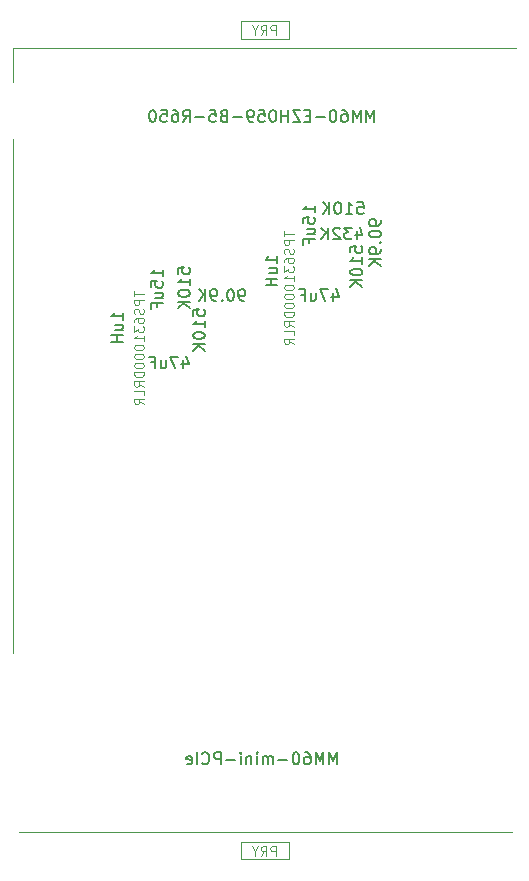
<source format=gbr>
%TF.GenerationSoftware,KiCad,Pcbnew,9.0.1+dfsg-1*%
%TF.CreationDate,2025-05-01T11:00:42+02:00*%
%TF.ProjectId,cellular-modem,63656c6c-756c-4617-922d-6d6f64656d2e,rev?*%
%TF.SameCoordinates,Original*%
%TF.FileFunction,Legend,Bot*%
%TF.FilePolarity,Positive*%
%FSLAX46Y46*%
G04 Gerber Fmt 4.6, Leading zero omitted, Abs format (unit mm)*
G04 Created by KiCad (PCBNEW 9.0.1+dfsg-1) date 2025-05-01 11:00:42*
%MOMM*%
%LPD*%
G01*
G04 APERTURE LIST*
%ADD10C,0.100000*%
%ADD11C,0.150000*%
G04 APERTURE END LIST*
D10*
X78304895Y-58680951D02*
X78304895Y-59138094D01*
X79104895Y-58909522D02*
X78304895Y-58909522D01*
X79104895Y-59404761D02*
X78304895Y-59404761D01*
X78304895Y-59404761D02*
X78304895Y-59709523D01*
X78304895Y-59709523D02*
X78342990Y-59785713D01*
X78342990Y-59785713D02*
X78381085Y-59823808D01*
X78381085Y-59823808D02*
X78457276Y-59861904D01*
X78457276Y-59861904D02*
X78571561Y-59861904D01*
X78571561Y-59861904D02*
X78647752Y-59823808D01*
X78647752Y-59823808D02*
X78685847Y-59785713D01*
X78685847Y-59785713D02*
X78723942Y-59709523D01*
X78723942Y-59709523D02*
X78723942Y-59404761D01*
X79066800Y-60166665D02*
X79104895Y-60280951D01*
X79104895Y-60280951D02*
X79104895Y-60471427D01*
X79104895Y-60471427D02*
X79066800Y-60547618D01*
X79066800Y-60547618D02*
X79028704Y-60585713D01*
X79028704Y-60585713D02*
X78952514Y-60623808D01*
X78952514Y-60623808D02*
X78876323Y-60623808D01*
X78876323Y-60623808D02*
X78800133Y-60585713D01*
X78800133Y-60585713D02*
X78762038Y-60547618D01*
X78762038Y-60547618D02*
X78723942Y-60471427D01*
X78723942Y-60471427D02*
X78685847Y-60319046D01*
X78685847Y-60319046D02*
X78647752Y-60242856D01*
X78647752Y-60242856D02*
X78609657Y-60204761D01*
X78609657Y-60204761D02*
X78533466Y-60166665D01*
X78533466Y-60166665D02*
X78457276Y-60166665D01*
X78457276Y-60166665D02*
X78381085Y-60204761D01*
X78381085Y-60204761D02*
X78342990Y-60242856D01*
X78342990Y-60242856D02*
X78304895Y-60319046D01*
X78304895Y-60319046D02*
X78304895Y-60509523D01*
X78304895Y-60509523D02*
X78342990Y-60623808D01*
X78304895Y-61309523D02*
X78304895Y-61157142D01*
X78304895Y-61157142D02*
X78342990Y-61080951D01*
X78342990Y-61080951D02*
X78381085Y-61042856D01*
X78381085Y-61042856D02*
X78495371Y-60966666D01*
X78495371Y-60966666D02*
X78647752Y-60928570D01*
X78647752Y-60928570D02*
X78952514Y-60928570D01*
X78952514Y-60928570D02*
X79028704Y-60966666D01*
X79028704Y-60966666D02*
X79066800Y-61004761D01*
X79066800Y-61004761D02*
X79104895Y-61080951D01*
X79104895Y-61080951D02*
X79104895Y-61233332D01*
X79104895Y-61233332D02*
X79066800Y-61309523D01*
X79066800Y-61309523D02*
X79028704Y-61347618D01*
X79028704Y-61347618D02*
X78952514Y-61385713D01*
X78952514Y-61385713D02*
X78762038Y-61385713D01*
X78762038Y-61385713D02*
X78685847Y-61347618D01*
X78685847Y-61347618D02*
X78647752Y-61309523D01*
X78647752Y-61309523D02*
X78609657Y-61233332D01*
X78609657Y-61233332D02*
X78609657Y-61080951D01*
X78609657Y-61080951D02*
X78647752Y-61004761D01*
X78647752Y-61004761D02*
X78685847Y-60966666D01*
X78685847Y-60966666D02*
X78762038Y-60928570D01*
X78304895Y-61652380D02*
X78304895Y-62147618D01*
X78304895Y-62147618D02*
X78609657Y-61880952D01*
X78609657Y-61880952D02*
X78609657Y-61995237D01*
X78609657Y-61995237D02*
X78647752Y-62071428D01*
X78647752Y-62071428D02*
X78685847Y-62109523D01*
X78685847Y-62109523D02*
X78762038Y-62147618D01*
X78762038Y-62147618D02*
X78952514Y-62147618D01*
X78952514Y-62147618D02*
X79028704Y-62109523D01*
X79028704Y-62109523D02*
X79066800Y-62071428D01*
X79066800Y-62071428D02*
X79104895Y-61995237D01*
X79104895Y-61995237D02*
X79104895Y-61766666D01*
X79104895Y-61766666D02*
X79066800Y-61690475D01*
X79066800Y-61690475D02*
X79028704Y-61652380D01*
X79104895Y-62909523D02*
X79104895Y-62452380D01*
X79104895Y-62680952D02*
X78304895Y-62680952D01*
X78304895Y-62680952D02*
X78419180Y-62604761D01*
X78419180Y-62604761D02*
X78495371Y-62528571D01*
X78495371Y-62528571D02*
X78533466Y-62452380D01*
X78304895Y-63404762D02*
X78304895Y-63480952D01*
X78304895Y-63480952D02*
X78342990Y-63557143D01*
X78342990Y-63557143D02*
X78381085Y-63595238D01*
X78381085Y-63595238D02*
X78457276Y-63633333D01*
X78457276Y-63633333D02*
X78609657Y-63671428D01*
X78609657Y-63671428D02*
X78800133Y-63671428D01*
X78800133Y-63671428D02*
X78952514Y-63633333D01*
X78952514Y-63633333D02*
X79028704Y-63595238D01*
X79028704Y-63595238D02*
X79066800Y-63557143D01*
X79066800Y-63557143D02*
X79104895Y-63480952D01*
X79104895Y-63480952D02*
X79104895Y-63404762D01*
X79104895Y-63404762D02*
X79066800Y-63328571D01*
X79066800Y-63328571D02*
X79028704Y-63290476D01*
X79028704Y-63290476D02*
X78952514Y-63252381D01*
X78952514Y-63252381D02*
X78800133Y-63214285D01*
X78800133Y-63214285D02*
X78609657Y-63214285D01*
X78609657Y-63214285D02*
X78457276Y-63252381D01*
X78457276Y-63252381D02*
X78381085Y-63290476D01*
X78381085Y-63290476D02*
X78342990Y-63328571D01*
X78342990Y-63328571D02*
X78304895Y-63404762D01*
X78304895Y-64166667D02*
X78304895Y-64242857D01*
X78304895Y-64242857D02*
X78342990Y-64319048D01*
X78342990Y-64319048D02*
X78381085Y-64357143D01*
X78381085Y-64357143D02*
X78457276Y-64395238D01*
X78457276Y-64395238D02*
X78609657Y-64433333D01*
X78609657Y-64433333D02*
X78800133Y-64433333D01*
X78800133Y-64433333D02*
X78952514Y-64395238D01*
X78952514Y-64395238D02*
X79028704Y-64357143D01*
X79028704Y-64357143D02*
X79066800Y-64319048D01*
X79066800Y-64319048D02*
X79104895Y-64242857D01*
X79104895Y-64242857D02*
X79104895Y-64166667D01*
X79104895Y-64166667D02*
X79066800Y-64090476D01*
X79066800Y-64090476D02*
X79028704Y-64052381D01*
X79028704Y-64052381D02*
X78952514Y-64014286D01*
X78952514Y-64014286D02*
X78800133Y-63976190D01*
X78800133Y-63976190D02*
X78609657Y-63976190D01*
X78609657Y-63976190D02*
X78457276Y-64014286D01*
X78457276Y-64014286D02*
X78381085Y-64052381D01*
X78381085Y-64052381D02*
X78342990Y-64090476D01*
X78342990Y-64090476D02*
X78304895Y-64166667D01*
X78304895Y-64928572D02*
X78304895Y-65004762D01*
X78304895Y-65004762D02*
X78342990Y-65080953D01*
X78342990Y-65080953D02*
X78381085Y-65119048D01*
X78381085Y-65119048D02*
X78457276Y-65157143D01*
X78457276Y-65157143D02*
X78609657Y-65195238D01*
X78609657Y-65195238D02*
X78800133Y-65195238D01*
X78800133Y-65195238D02*
X78952514Y-65157143D01*
X78952514Y-65157143D02*
X79028704Y-65119048D01*
X79028704Y-65119048D02*
X79066800Y-65080953D01*
X79066800Y-65080953D02*
X79104895Y-65004762D01*
X79104895Y-65004762D02*
X79104895Y-64928572D01*
X79104895Y-64928572D02*
X79066800Y-64852381D01*
X79066800Y-64852381D02*
X79028704Y-64814286D01*
X79028704Y-64814286D02*
X78952514Y-64776191D01*
X78952514Y-64776191D02*
X78800133Y-64738095D01*
X78800133Y-64738095D02*
X78609657Y-64738095D01*
X78609657Y-64738095D02*
X78457276Y-64776191D01*
X78457276Y-64776191D02*
X78381085Y-64814286D01*
X78381085Y-64814286D02*
X78342990Y-64852381D01*
X78342990Y-64852381D02*
X78304895Y-64928572D01*
X79104895Y-65538096D02*
X78304895Y-65538096D01*
X78304895Y-65538096D02*
X78304895Y-65728572D01*
X78304895Y-65728572D02*
X78342990Y-65842858D01*
X78342990Y-65842858D02*
X78419180Y-65919048D01*
X78419180Y-65919048D02*
X78495371Y-65957143D01*
X78495371Y-65957143D02*
X78647752Y-65995239D01*
X78647752Y-65995239D02*
X78762038Y-65995239D01*
X78762038Y-65995239D02*
X78914419Y-65957143D01*
X78914419Y-65957143D02*
X78990609Y-65919048D01*
X78990609Y-65919048D02*
X79066800Y-65842858D01*
X79066800Y-65842858D02*
X79104895Y-65728572D01*
X79104895Y-65728572D02*
X79104895Y-65538096D01*
X79104895Y-66795239D02*
X78723942Y-66528572D01*
X79104895Y-66338096D02*
X78304895Y-66338096D01*
X78304895Y-66338096D02*
X78304895Y-66642858D01*
X78304895Y-66642858D02*
X78342990Y-66719048D01*
X78342990Y-66719048D02*
X78381085Y-66757143D01*
X78381085Y-66757143D02*
X78457276Y-66795239D01*
X78457276Y-66795239D02*
X78571561Y-66795239D01*
X78571561Y-66795239D02*
X78647752Y-66757143D01*
X78647752Y-66757143D02*
X78685847Y-66719048D01*
X78685847Y-66719048D02*
X78723942Y-66642858D01*
X78723942Y-66642858D02*
X78723942Y-66338096D01*
X79104895Y-67519048D02*
X79104895Y-67138096D01*
X79104895Y-67138096D02*
X78304895Y-67138096D01*
X79104895Y-68242858D02*
X78723942Y-67976191D01*
X79104895Y-67785715D02*
X78304895Y-67785715D01*
X78304895Y-67785715D02*
X78304895Y-68090477D01*
X78304895Y-68090477D02*
X78342990Y-68166667D01*
X78342990Y-68166667D02*
X78381085Y-68204762D01*
X78381085Y-68204762D02*
X78457276Y-68242858D01*
X78457276Y-68242858D02*
X78571561Y-68242858D01*
X78571561Y-68242858D02*
X78647752Y-68204762D01*
X78647752Y-68204762D02*
X78685847Y-68166667D01*
X78685847Y-68166667D02*
X78723942Y-68090477D01*
X78723942Y-68090477D02*
X78723942Y-67785715D01*
D11*
X77340619Y-61103263D02*
X77340619Y-60531835D01*
X77340619Y-60817549D02*
X76340619Y-60817549D01*
X76340619Y-60817549D02*
X76483476Y-60722311D01*
X76483476Y-60722311D02*
X76578714Y-60627073D01*
X76578714Y-60627073D02*
X76626333Y-60531835D01*
X76673952Y-61960406D02*
X77340619Y-61960406D01*
X76673952Y-61531835D02*
X77197761Y-61531835D01*
X77197761Y-61531835D02*
X77293000Y-61579454D01*
X77293000Y-61579454D02*
X77340619Y-61674692D01*
X77340619Y-61674692D02*
X77340619Y-61817549D01*
X77340619Y-61817549D02*
X77293000Y-61912787D01*
X77293000Y-61912787D02*
X77245380Y-61960406D01*
X77340619Y-62436597D02*
X76340619Y-62436597D01*
X76816809Y-62436597D02*
X76816809Y-63008025D01*
X77340619Y-63008025D02*
X76340619Y-63008025D01*
X99184619Y-52703648D02*
X99184619Y-52894124D01*
X99184619Y-52894124D02*
X99137000Y-52989362D01*
X99137000Y-52989362D02*
X99089380Y-53036981D01*
X99089380Y-53036981D02*
X98946523Y-53132219D01*
X98946523Y-53132219D02*
X98756047Y-53179838D01*
X98756047Y-53179838D02*
X98375095Y-53179838D01*
X98375095Y-53179838D02*
X98279857Y-53132219D01*
X98279857Y-53132219D02*
X98232238Y-53084600D01*
X98232238Y-53084600D02*
X98184619Y-52989362D01*
X98184619Y-52989362D02*
X98184619Y-52798886D01*
X98184619Y-52798886D02*
X98232238Y-52703648D01*
X98232238Y-52703648D02*
X98279857Y-52656029D01*
X98279857Y-52656029D02*
X98375095Y-52608410D01*
X98375095Y-52608410D02*
X98613190Y-52608410D01*
X98613190Y-52608410D02*
X98708428Y-52656029D01*
X98708428Y-52656029D02*
X98756047Y-52703648D01*
X98756047Y-52703648D02*
X98803666Y-52798886D01*
X98803666Y-52798886D02*
X98803666Y-52989362D01*
X98803666Y-52989362D02*
X98756047Y-53084600D01*
X98756047Y-53084600D02*
X98708428Y-53132219D01*
X98708428Y-53132219D02*
X98613190Y-53179838D01*
X98184619Y-53798886D02*
X98184619Y-53894124D01*
X98184619Y-53894124D02*
X98232238Y-53989362D01*
X98232238Y-53989362D02*
X98279857Y-54036981D01*
X98279857Y-54036981D02*
X98375095Y-54084600D01*
X98375095Y-54084600D02*
X98565571Y-54132219D01*
X98565571Y-54132219D02*
X98803666Y-54132219D01*
X98803666Y-54132219D02*
X98994142Y-54084600D01*
X98994142Y-54084600D02*
X99089380Y-54036981D01*
X99089380Y-54036981D02*
X99137000Y-53989362D01*
X99137000Y-53989362D02*
X99184619Y-53894124D01*
X99184619Y-53894124D02*
X99184619Y-53798886D01*
X99184619Y-53798886D02*
X99137000Y-53703648D01*
X99137000Y-53703648D02*
X99089380Y-53656029D01*
X99089380Y-53656029D02*
X98994142Y-53608410D01*
X98994142Y-53608410D02*
X98803666Y-53560791D01*
X98803666Y-53560791D02*
X98565571Y-53560791D01*
X98565571Y-53560791D02*
X98375095Y-53608410D01*
X98375095Y-53608410D02*
X98279857Y-53656029D01*
X98279857Y-53656029D02*
X98232238Y-53703648D01*
X98232238Y-53703648D02*
X98184619Y-53798886D01*
X99089380Y-54560791D02*
X99137000Y-54608410D01*
X99137000Y-54608410D02*
X99184619Y-54560791D01*
X99184619Y-54560791D02*
X99137000Y-54513172D01*
X99137000Y-54513172D02*
X99089380Y-54560791D01*
X99089380Y-54560791D02*
X99184619Y-54560791D01*
X99184619Y-55084600D02*
X99184619Y-55275076D01*
X99184619Y-55275076D02*
X99137000Y-55370314D01*
X99137000Y-55370314D02*
X99089380Y-55417933D01*
X99089380Y-55417933D02*
X98946523Y-55513171D01*
X98946523Y-55513171D02*
X98756047Y-55560790D01*
X98756047Y-55560790D02*
X98375095Y-55560790D01*
X98375095Y-55560790D02*
X98279857Y-55513171D01*
X98279857Y-55513171D02*
X98232238Y-55465552D01*
X98232238Y-55465552D02*
X98184619Y-55370314D01*
X98184619Y-55370314D02*
X98184619Y-55179838D01*
X98184619Y-55179838D02*
X98232238Y-55084600D01*
X98232238Y-55084600D02*
X98279857Y-55036981D01*
X98279857Y-55036981D02*
X98375095Y-54989362D01*
X98375095Y-54989362D02*
X98613190Y-54989362D01*
X98613190Y-54989362D02*
X98708428Y-55036981D01*
X98708428Y-55036981D02*
X98756047Y-55084600D01*
X98756047Y-55084600D02*
X98803666Y-55179838D01*
X98803666Y-55179838D02*
X98803666Y-55370314D01*
X98803666Y-55370314D02*
X98756047Y-55465552D01*
X98756047Y-55465552D02*
X98708428Y-55513171D01*
X98708428Y-55513171D02*
X98613190Y-55560790D01*
X99184619Y-55989362D02*
X98184619Y-55989362D01*
X99184619Y-56560790D02*
X98613190Y-56132219D01*
X98184619Y-56560790D02*
X98756047Y-55989362D01*
X95146666Y-58843152D02*
X95146666Y-59509819D01*
X95384761Y-58462200D02*
X95622856Y-59176485D01*
X95622856Y-59176485D02*
X95003809Y-59176485D01*
X94718094Y-58509819D02*
X94051428Y-58509819D01*
X94051428Y-58509819D02*
X94479999Y-59509819D01*
X93241904Y-58843152D02*
X93241904Y-59509819D01*
X93670475Y-58843152D02*
X93670475Y-59366961D01*
X93670475Y-59366961D02*
X93622856Y-59462200D01*
X93622856Y-59462200D02*
X93527618Y-59509819D01*
X93527618Y-59509819D02*
X93384761Y-59509819D01*
X93384761Y-59509819D02*
X93289523Y-59462200D01*
X93289523Y-59462200D02*
X93241904Y-59414580D01*
X92432380Y-58986009D02*
X92765713Y-58986009D01*
X92765713Y-59509819D02*
X92765713Y-58509819D01*
X92765713Y-58509819D02*
X92289523Y-58509819D01*
X96609819Y-55400414D02*
X96609819Y-54924224D01*
X96609819Y-54924224D02*
X97086009Y-54876605D01*
X97086009Y-54876605D02*
X97038390Y-54924224D01*
X97038390Y-54924224D02*
X96990771Y-55019462D01*
X96990771Y-55019462D02*
X96990771Y-55257557D01*
X96990771Y-55257557D02*
X97038390Y-55352795D01*
X97038390Y-55352795D02*
X97086009Y-55400414D01*
X97086009Y-55400414D02*
X97181247Y-55448033D01*
X97181247Y-55448033D02*
X97419342Y-55448033D01*
X97419342Y-55448033D02*
X97514580Y-55400414D01*
X97514580Y-55400414D02*
X97562200Y-55352795D01*
X97562200Y-55352795D02*
X97609819Y-55257557D01*
X97609819Y-55257557D02*
X97609819Y-55019462D01*
X97609819Y-55019462D02*
X97562200Y-54924224D01*
X97562200Y-54924224D02*
X97514580Y-54876605D01*
X97609819Y-56400414D02*
X97609819Y-55828986D01*
X97609819Y-56114700D02*
X96609819Y-56114700D01*
X96609819Y-56114700D02*
X96752676Y-56019462D01*
X96752676Y-56019462D02*
X96847914Y-55924224D01*
X96847914Y-55924224D02*
X96895533Y-55828986D01*
X96609819Y-57019462D02*
X96609819Y-57114700D01*
X96609819Y-57114700D02*
X96657438Y-57209938D01*
X96657438Y-57209938D02*
X96705057Y-57257557D01*
X96705057Y-57257557D02*
X96800295Y-57305176D01*
X96800295Y-57305176D02*
X96990771Y-57352795D01*
X96990771Y-57352795D02*
X97228866Y-57352795D01*
X97228866Y-57352795D02*
X97419342Y-57305176D01*
X97419342Y-57305176D02*
X97514580Y-57257557D01*
X97514580Y-57257557D02*
X97562200Y-57209938D01*
X97562200Y-57209938D02*
X97609819Y-57114700D01*
X97609819Y-57114700D02*
X97609819Y-57019462D01*
X97609819Y-57019462D02*
X97562200Y-56924224D01*
X97562200Y-56924224D02*
X97514580Y-56876605D01*
X97514580Y-56876605D02*
X97419342Y-56828986D01*
X97419342Y-56828986D02*
X97228866Y-56781367D01*
X97228866Y-56781367D02*
X96990771Y-56781367D01*
X96990771Y-56781367D02*
X96800295Y-56828986D01*
X96800295Y-56828986D02*
X96705057Y-56876605D01*
X96705057Y-56876605D02*
X96657438Y-56924224D01*
X96657438Y-56924224D02*
X96609819Y-57019462D01*
X97609819Y-57781367D02*
X96609819Y-57781367D01*
X97609819Y-58352795D02*
X97038390Y-57924224D01*
X96609819Y-58352795D02*
X97181247Y-57781367D01*
X98611599Y-44348618D02*
X98611599Y-43348618D01*
X98611599Y-43348618D02*
X98278266Y-44062903D01*
X98278266Y-44062903D02*
X97944933Y-43348618D01*
X97944933Y-43348618D02*
X97944933Y-44348618D01*
X97468742Y-44348618D02*
X97468742Y-43348618D01*
X97468742Y-43348618D02*
X97135409Y-44062903D01*
X97135409Y-44062903D02*
X96802076Y-43348618D01*
X96802076Y-43348618D02*
X96802076Y-44348618D01*
X95897314Y-43348618D02*
X96087790Y-43348618D01*
X96087790Y-43348618D02*
X96183028Y-43396237D01*
X96183028Y-43396237D02*
X96230647Y-43443856D01*
X96230647Y-43443856D02*
X96325885Y-43586713D01*
X96325885Y-43586713D02*
X96373504Y-43777189D01*
X96373504Y-43777189D02*
X96373504Y-44158141D01*
X96373504Y-44158141D02*
X96325885Y-44253379D01*
X96325885Y-44253379D02*
X96278266Y-44300999D01*
X96278266Y-44300999D02*
X96183028Y-44348618D01*
X96183028Y-44348618D02*
X95992552Y-44348618D01*
X95992552Y-44348618D02*
X95897314Y-44300999D01*
X95897314Y-44300999D02*
X95849695Y-44253379D01*
X95849695Y-44253379D02*
X95802076Y-44158141D01*
X95802076Y-44158141D02*
X95802076Y-43920046D01*
X95802076Y-43920046D02*
X95849695Y-43824808D01*
X95849695Y-43824808D02*
X95897314Y-43777189D01*
X95897314Y-43777189D02*
X95992552Y-43729570D01*
X95992552Y-43729570D02*
X96183028Y-43729570D01*
X96183028Y-43729570D02*
X96278266Y-43777189D01*
X96278266Y-43777189D02*
X96325885Y-43824808D01*
X96325885Y-43824808D02*
X96373504Y-43920046D01*
X95183028Y-43348618D02*
X95087790Y-43348618D01*
X95087790Y-43348618D02*
X94992552Y-43396237D01*
X94992552Y-43396237D02*
X94944933Y-43443856D01*
X94944933Y-43443856D02*
X94897314Y-43539094D01*
X94897314Y-43539094D02*
X94849695Y-43729570D01*
X94849695Y-43729570D02*
X94849695Y-43967665D01*
X94849695Y-43967665D02*
X94897314Y-44158141D01*
X94897314Y-44158141D02*
X94944933Y-44253379D01*
X94944933Y-44253379D02*
X94992552Y-44300999D01*
X94992552Y-44300999D02*
X95087790Y-44348618D01*
X95087790Y-44348618D02*
X95183028Y-44348618D01*
X95183028Y-44348618D02*
X95278266Y-44300999D01*
X95278266Y-44300999D02*
X95325885Y-44253379D01*
X95325885Y-44253379D02*
X95373504Y-44158141D01*
X95373504Y-44158141D02*
X95421123Y-43967665D01*
X95421123Y-43967665D02*
X95421123Y-43729570D01*
X95421123Y-43729570D02*
X95373504Y-43539094D01*
X95373504Y-43539094D02*
X95325885Y-43443856D01*
X95325885Y-43443856D02*
X95278266Y-43396237D01*
X95278266Y-43396237D02*
X95183028Y-43348618D01*
X94421123Y-43967665D02*
X93659219Y-43967665D01*
X93183028Y-43824808D02*
X92849695Y-43824808D01*
X92706838Y-44348618D02*
X93183028Y-44348618D01*
X93183028Y-44348618D02*
X93183028Y-43348618D01*
X93183028Y-43348618D02*
X92706838Y-43348618D01*
X92373504Y-43348618D02*
X91706838Y-43348618D01*
X91706838Y-43348618D02*
X92373504Y-44348618D01*
X92373504Y-44348618D02*
X91706838Y-44348618D01*
X91325885Y-44348618D02*
X91325885Y-43348618D01*
X91325885Y-43824808D02*
X90754457Y-43824808D01*
X90754457Y-44348618D02*
X90754457Y-43348618D01*
X90087790Y-43348618D02*
X89992552Y-43348618D01*
X89992552Y-43348618D02*
X89897314Y-43396237D01*
X89897314Y-43396237D02*
X89849695Y-43443856D01*
X89849695Y-43443856D02*
X89802076Y-43539094D01*
X89802076Y-43539094D02*
X89754457Y-43729570D01*
X89754457Y-43729570D02*
X89754457Y-43967665D01*
X89754457Y-43967665D02*
X89802076Y-44158141D01*
X89802076Y-44158141D02*
X89849695Y-44253379D01*
X89849695Y-44253379D02*
X89897314Y-44300999D01*
X89897314Y-44300999D02*
X89992552Y-44348618D01*
X89992552Y-44348618D02*
X90087790Y-44348618D01*
X90087790Y-44348618D02*
X90183028Y-44300999D01*
X90183028Y-44300999D02*
X90230647Y-44253379D01*
X90230647Y-44253379D02*
X90278266Y-44158141D01*
X90278266Y-44158141D02*
X90325885Y-43967665D01*
X90325885Y-43967665D02*
X90325885Y-43729570D01*
X90325885Y-43729570D02*
X90278266Y-43539094D01*
X90278266Y-43539094D02*
X90230647Y-43443856D01*
X90230647Y-43443856D02*
X90183028Y-43396237D01*
X90183028Y-43396237D02*
X90087790Y-43348618D01*
X88849695Y-43348618D02*
X89325885Y-43348618D01*
X89325885Y-43348618D02*
X89373504Y-43824808D01*
X89373504Y-43824808D02*
X89325885Y-43777189D01*
X89325885Y-43777189D02*
X89230647Y-43729570D01*
X89230647Y-43729570D02*
X88992552Y-43729570D01*
X88992552Y-43729570D02*
X88897314Y-43777189D01*
X88897314Y-43777189D02*
X88849695Y-43824808D01*
X88849695Y-43824808D02*
X88802076Y-43920046D01*
X88802076Y-43920046D02*
X88802076Y-44158141D01*
X88802076Y-44158141D02*
X88849695Y-44253379D01*
X88849695Y-44253379D02*
X88897314Y-44300999D01*
X88897314Y-44300999D02*
X88992552Y-44348618D01*
X88992552Y-44348618D02*
X89230647Y-44348618D01*
X89230647Y-44348618D02*
X89325885Y-44300999D01*
X89325885Y-44300999D02*
X89373504Y-44253379D01*
X88325885Y-44348618D02*
X88135409Y-44348618D01*
X88135409Y-44348618D02*
X88040171Y-44300999D01*
X88040171Y-44300999D02*
X87992552Y-44253379D01*
X87992552Y-44253379D02*
X87897314Y-44110522D01*
X87897314Y-44110522D02*
X87849695Y-43920046D01*
X87849695Y-43920046D02*
X87849695Y-43539094D01*
X87849695Y-43539094D02*
X87897314Y-43443856D01*
X87897314Y-43443856D02*
X87944933Y-43396237D01*
X87944933Y-43396237D02*
X88040171Y-43348618D01*
X88040171Y-43348618D02*
X88230647Y-43348618D01*
X88230647Y-43348618D02*
X88325885Y-43396237D01*
X88325885Y-43396237D02*
X88373504Y-43443856D01*
X88373504Y-43443856D02*
X88421123Y-43539094D01*
X88421123Y-43539094D02*
X88421123Y-43777189D01*
X88421123Y-43777189D02*
X88373504Y-43872427D01*
X88373504Y-43872427D02*
X88325885Y-43920046D01*
X88325885Y-43920046D02*
X88230647Y-43967665D01*
X88230647Y-43967665D02*
X88040171Y-43967665D01*
X88040171Y-43967665D02*
X87944933Y-43920046D01*
X87944933Y-43920046D02*
X87897314Y-43872427D01*
X87897314Y-43872427D02*
X87849695Y-43777189D01*
X87421123Y-43967665D02*
X86659219Y-43967665D01*
X85849695Y-43824808D02*
X85706838Y-43872427D01*
X85706838Y-43872427D02*
X85659219Y-43920046D01*
X85659219Y-43920046D02*
X85611600Y-44015284D01*
X85611600Y-44015284D02*
X85611600Y-44158141D01*
X85611600Y-44158141D02*
X85659219Y-44253379D01*
X85659219Y-44253379D02*
X85706838Y-44300999D01*
X85706838Y-44300999D02*
X85802076Y-44348618D01*
X85802076Y-44348618D02*
X86183028Y-44348618D01*
X86183028Y-44348618D02*
X86183028Y-43348618D01*
X86183028Y-43348618D02*
X85849695Y-43348618D01*
X85849695Y-43348618D02*
X85754457Y-43396237D01*
X85754457Y-43396237D02*
X85706838Y-43443856D01*
X85706838Y-43443856D02*
X85659219Y-43539094D01*
X85659219Y-43539094D02*
X85659219Y-43634332D01*
X85659219Y-43634332D02*
X85706838Y-43729570D01*
X85706838Y-43729570D02*
X85754457Y-43777189D01*
X85754457Y-43777189D02*
X85849695Y-43824808D01*
X85849695Y-43824808D02*
X86183028Y-43824808D01*
X84706838Y-43348618D02*
X85183028Y-43348618D01*
X85183028Y-43348618D02*
X85230647Y-43824808D01*
X85230647Y-43824808D02*
X85183028Y-43777189D01*
X85183028Y-43777189D02*
X85087790Y-43729570D01*
X85087790Y-43729570D02*
X84849695Y-43729570D01*
X84849695Y-43729570D02*
X84754457Y-43777189D01*
X84754457Y-43777189D02*
X84706838Y-43824808D01*
X84706838Y-43824808D02*
X84659219Y-43920046D01*
X84659219Y-43920046D02*
X84659219Y-44158141D01*
X84659219Y-44158141D02*
X84706838Y-44253379D01*
X84706838Y-44253379D02*
X84754457Y-44300999D01*
X84754457Y-44300999D02*
X84849695Y-44348618D01*
X84849695Y-44348618D02*
X85087790Y-44348618D01*
X85087790Y-44348618D02*
X85183028Y-44300999D01*
X85183028Y-44300999D02*
X85230647Y-44253379D01*
X84230647Y-43967665D02*
X83468743Y-43967665D01*
X82421124Y-44348618D02*
X82754457Y-43872427D01*
X82992552Y-44348618D02*
X82992552Y-43348618D01*
X82992552Y-43348618D02*
X82611600Y-43348618D01*
X82611600Y-43348618D02*
X82516362Y-43396237D01*
X82516362Y-43396237D02*
X82468743Y-43443856D01*
X82468743Y-43443856D02*
X82421124Y-43539094D01*
X82421124Y-43539094D02*
X82421124Y-43681951D01*
X82421124Y-43681951D02*
X82468743Y-43777189D01*
X82468743Y-43777189D02*
X82516362Y-43824808D01*
X82516362Y-43824808D02*
X82611600Y-43872427D01*
X82611600Y-43872427D02*
X82992552Y-43872427D01*
X81563981Y-43348618D02*
X81754457Y-43348618D01*
X81754457Y-43348618D02*
X81849695Y-43396237D01*
X81849695Y-43396237D02*
X81897314Y-43443856D01*
X81897314Y-43443856D02*
X81992552Y-43586713D01*
X81992552Y-43586713D02*
X82040171Y-43777189D01*
X82040171Y-43777189D02*
X82040171Y-44158141D01*
X82040171Y-44158141D02*
X81992552Y-44253379D01*
X81992552Y-44253379D02*
X81944933Y-44300999D01*
X81944933Y-44300999D02*
X81849695Y-44348618D01*
X81849695Y-44348618D02*
X81659219Y-44348618D01*
X81659219Y-44348618D02*
X81563981Y-44300999D01*
X81563981Y-44300999D02*
X81516362Y-44253379D01*
X81516362Y-44253379D02*
X81468743Y-44158141D01*
X81468743Y-44158141D02*
X81468743Y-43920046D01*
X81468743Y-43920046D02*
X81516362Y-43824808D01*
X81516362Y-43824808D02*
X81563981Y-43777189D01*
X81563981Y-43777189D02*
X81659219Y-43729570D01*
X81659219Y-43729570D02*
X81849695Y-43729570D01*
X81849695Y-43729570D02*
X81944933Y-43777189D01*
X81944933Y-43777189D02*
X81992552Y-43824808D01*
X81992552Y-43824808D02*
X82040171Y-43920046D01*
X80563981Y-43348618D02*
X81040171Y-43348618D01*
X81040171Y-43348618D02*
X81087790Y-43824808D01*
X81087790Y-43824808D02*
X81040171Y-43777189D01*
X81040171Y-43777189D02*
X80944933Y-43729570D01*
X80944933Y-43729570D02*
X80706838Y-43729570D01*
X80706838Y-43729570D02*
X80611600Y-43777189D01*
X80611600Y-43777189D02*
X80563981Y-43824808D01*
X80563981Y-43824808D02*
X80516362Y-43920046D01*
X80516362Y-43920046D02*
X80516362Y-44158141D01*
X80516362Y-44158141D02*
X80563981Y-44253379D01*
X80563981Y-44253379D02*
X80611600Y-44300999D01*
X80611600Y-44300999D02*
X80706838Y-44348618D01*
X80706838Y-44348618D02*
X80944933Y-44348618D01*
X80944933Y-44348618D02*
X81040171Y-44300999D01*
X81040171Y-44300999D02*
X81087790Y-44253379D01*
X79897314Y-43348618D02*
X79802076Y-43348618D01*
X79802076Y-43348618D02*
X79706838Y-43396237D01*
X79706838Y-43396237D02*
X79659219Y-43443856D01*
X79659219Y-43443856D02*
X79611600Y-43539094D01*
X79611600Y-43539094D02*
X79563981Y-43729570D01*
X79563981Y-43729570D02*
X79563981Y-43967665D01*
X79563981Y-43967665D02*
X79611600Y-44158141D01*
X79611600Y-44158141D02*
X79659219Y-44253379D01*
X79659219Y-44253379D02*
X79706838Y-44300999D01*
X79706838Y-44300999D02*
X79802076Y-44348618D01*
X79802076Y-44348618D02*
X79897314Y-44348618D01*
X79897314Y-44348618D02*
X79992552Y-44300999D01*
X79992552Y-44300999D02*
X80040171Y-44253379D01*
X80040171Y-44253379D02*
X80087790Y-44158141D01*
X80087790Y-44158141D02*
X80135409Y-43967665D01*
X80135409Y-43967665D02*
X80135409Y-43729570D01*
X80135409Y-43729570D02*
X80087790Y-43539094D01*
X80087790Y-43539094D02*
X80040171Y-43443856D01*
X80040171Y-43443856D02*
X79992552Y-43396237D01*
X79992552Y-43396237D02*
X79897314Y-43348618D01*
X97148804Y-53636152D02*
X97148804Y-54302819D01*
X97386899Y-53255200D02*
X97624994Y-53969485D01*
X97624994Y-53969485D02*
X97005947Y-53969485D01*
X96720232Y-53302819D02*
X96101185Y-53302819D01*
X96101185Y-53302819D02*
X96434518Y-53683771D01*
X96434518Y-53683771D02*
X96291661Y-53683771D01*
X96291661Y-53683771D02*
X96196423Y-53731390D01*
X96196423Y-53731390D02*
X96148804Y-53779009D01*
X96148804Y-53779009D02*
X96101185Y-53874247D01*
X96101185Y-53874247D02*
X96101185Y-54112342D01*
X96101185Y-54112342D02*
X96148804Y-54207580D01*
X96148804Y-54207580D02*
X96196423Y-54255200D01*
X96196423Y-54255200D02*
X96291661Y-54302819D01*
X96291661Y-54302819D02*
X96577375Y-54302819D01*
X96577375Y-54302819D02*
X96672613Y-54255200D01*
X96672613Y-54255200D02*
X96720232Y-54207580D01*
X95720232Y-53398057D02*
X95672613Y-53350438D01*
X95672613Y-53350438D02*
X95577375Y-53302819D01*
X95577375Y-53302819D02*
X95339280Y-53302819D01*
X95339280Y-53302819D02*
X95244042Y-53350438D01*
X95244042Y-53350438D02*
X95196423Y-53398057D01*
X95196423Y-53398057D02*
X95148804Y-53493295D01*
X95148804Y-53493295D02*
X95148804Y-53588533D01*
X95148804Y-53588533D02*
X95196423Y-53731390D01*
X95196423Y-53731390D02*
X95767851Y-54302819D01*
X95767851Y-54302819D02*
X95148804Y-54302819D01*
X94720232Y-54302819D02*
X94720232Y-53302819D01*
X94148804Y-54302819D02*
X94577375Y-53731390D01*
X94148804Y-53302819D02*
X94720232Y-53874247D01*
X95468741Y-98743218D02*
X95468741Y-97743218D01*
X95468741Y-97743218D02*
X95135408Y-98457503D01*
X95135408Y-98457503D02*
X94802075Y-97743218D01*
X94802075Y-97743218D02*
X94802075Y-98743218D01*
X94325884Y-98743218D02*
X94325884Y-97743218D01*
X94325884Y-97743218D02*
X93992551Y-98457503D01*
X93992551Y-98457503D02*
X93659218Y-97743218D01*
X93659218Y-97743218D02*
X93659218Y-98743218D01*
X92754456Y-97743218D02*
X92944932Y-97743218D01*
X92944932Y-97743218D02*
X93040170Y-97790837D01*
X93040170Y-97790837D02*
X93087789Y-97838456D01*
X93087789Y-97838456D02*
X93183027Y-97981313D01*
X93183027Y-97981313D02*
X93230646Y-98171789D01*
X93230646Y-98171789D02*
X93230646Y-98552741D01*
X93230646Y-98552741D02*
X93183027Y-98647979D01*
X93183027Y-98647979D02*
X93135408Y-98695599D01*
X93135408Y-98695599D02*
X93040170Y-98743218D01*
X93040170Y-98743218D02*
X92849694Y-98743218D01*
X92849694Y-98743218D02*
X92754456Y-98695599D01*
X92754456Y-98695599D02*
X92706837Y-98647979D01*
X92706837Y-98647979D02*
X92659218Y-98552741D01*
X92659218Y-98552741D02*
X92659218Y-98314646D01*
X92659218Y-98314646D02*
X92706837Y-98219408D01*
X92706837Y-98219408D02*
X92754456Y-98171789D01*
X92754456Y-98171789D02*
X92849694Y-98124170D01*
X92849694Y-98124170D02*
X93040170Y-98124170D01*
X93040170Y-98124170D02*
X93135408Y-98171789D01*
X93135408Y-98171789D02*
X93183027Y-98219408D01*
X93183027Y-98219408D02*
X93230646Y-98314646D01*
X92040170Y-97743218D02*
X91944932Y-97743218D01*
X91944932Y-97743218D02*
X91849694Y-97790837D01*
X91849694Y-97790837D02*
X91802075Y-97838456D01*
X91802075Y-97838456D02*
X91754456Y-97933694D01*
X91754456Y-97933694D02*
X91706837Y-98124170D01*
X91706837Y-98124170D02*
X91706837Y-98362265D01*
X91706837Y-98362265D02*
X91754456Y-98552741D01*
X91754456Y-98552741D02*
X91802075Y-98647979D01*
X91802075Y-98647979D02*
X91849694Y-98695599D01*
X91849694Y-98695599D02*
X91944932Y-98743218D01*
X91944932Y-98743218D02*
X92040170Y-98743218D01*
X92040170Y-98743218D02*
X92135408Y-98695599D01*
X92135408Y-98695599D02*
X92183027Y-98647979D01*
X92183027Y-98647979D02*
X92230646Y-98552741D01*
X92230646Y-98552741D02*
X92278265Y-98362265D01*
X92278265Y-98362265D02*
X92278265Y-98124170D01*
X92278265Y-98124170D02*
X92230646Y-97933694D01*
X92230646Y-97933694D02*
X92183027Y-97838456D01*
X92183027Y-97838456D02*
X92135408Y-97790837D01*
X92135408Y-97790837D02*
X92040170Y-97743218D01*
X91278265Y-98362265D02*
X90516361Y-98362265D01*
X90040170Y-98743218D02*
X90040170Y-98076551D01*
X90040170Y-98171789D02*
X89992551Y-98124170D01*
X89992551Y-98124170D02*
X89897313Y-98076551D01*
X89897313Y-98076551D02*
X89754456Y-98076551D01*
X89754456Y-98076551D02*
X89659218Y-98124170D01*
X89659218Y-98124170D02*
X89611599Y-98219408D01*
X89611599Y-98219408D02*
X89611599Y-98743218D01*
X89611599Y-98219408D02*
X89563980Y-98124170D01*
X89563980Y-98124170D02*
X89468742Y-98076551D01*
X89468742Y-98076551D02*
X89325885Y-98076551D01*
X89325885Y-98076551D02*
X89230646Y-98124170D01*
X89230646Y-98124170D02*
X89183027Y-98219408D01*
X89183027Y-98219408D02*
X89183027Y-98743218D01*
X88706837Y-98743218D02*
X88706837Y-98076551D01*
X88706837Y-97743218D02*
X88754456Y-97790837D01*
X88754456Y-97790837D02*
X88706837Y-97838456D01*
X88706837Y-97838456D02*
X88659218Y-97790837D01*
X88659218Y-97790837D02*
X88706837Y-97743218D01*
X88706837Y-97743218D02*
X88706837Y-97838456D01*
X88230647Y-98076551D02*
X88230647Y-98743218D01*
X88230647Y-98171789D02*
X88183028Y-98124170D01*
X88183028Y-98124170D02*
X88087790Y-98076551D01*
X88087790Y-98076551D02*
X87944933Y-98076551D01*
X87944933Y-98076551D02*
X87849695Y-98124170D01*
X87849695Y-98124170D02*
X87802076Y-98219408D01*
X87802076Y-98219408D02*
X87802076Y-98743218D01*
X87325885Y-98743218D02*
X87325885Y-98076551D01*
X87325885Y-97743218D02*
X87373504Y-97790837D01*
X87373504Y-97790837D02*
X87325885Y-97838456D01*
X87325885Y-97838456D02*
X87278266Y-97790837D01*
X87278266Y-97790837D02*
X87325885Y-97743218D01*
X87325885Y-97743218D02*
X87325885Y-97838456D01*
X86849695Y-98362265D02*
X86087791Y-98362265D01*
X85611600Y-98743218D02*
X85611600Y-97743218D01*
X85611600Y-97743218D02*
X85230648Y-97743218D01*
X85230648Y-97743218D02*
X85135410Y-97790837D01*
X85135410Y-97790837D02*
X85087791Y-97838456D01*
X85087791Y-97838456D02*
X85040172Y-97933694D01*
X85040172Y-97933694D02*
X85040172Y-98076551D01*
X85040172Y-98076551D02*
X85087791Y-98171789D01*
X85087791Y-98171789D02*
X85135410Y-98219408D01*
X85135410Y-98219408D02*
X85230648Y-98267027D01*
X85230648Y-98267027D02*
X85611600Y-98267027D01*
X84040172Y-98647979D02*
X84087791Y-98695599D01*
X84087791Y-98695599D02*
X84230648Y-98743218D01*
X84230648Y-98743218D02*
X84325886Y-98743218D01*
X84325886Y-98743218D02*
X84468743Y-98695599D01*
X84468743Y-98695599D02*
X84563981Y-98600360D01*
X84563981Y-98600360D02*
X84611600Y-98505122D01*
X84611600Y-98505122D02*
X84659219Y-98314646D01*
X84659219Y-98314646D02*
X84659219Y-98171789D01*
X84659219Y-98171789D02*
X84611600Y-97981313D01*
X84611600Y-97981313D02*
X84563981Y-97886075D01*
X84563981Y-97886075D02*
X84468743Y-97790837D01*
X84468743Y-97790837D02*
X84325886Y-97743218D01*
X84325886Y-97743218D02*
X84230648Y-97743218D01*
X84230648Y-97743218D02*
X84087791Y-97790837D01*
X84087791Y-97790837D02*
X84040172Y-97838456D01*
X83611600Y-98743218D02*
X83611600Y-97743218D01*
X82754458Y-98695599D02*
X82849696Y-98743218D01*
X82849696Y-98743218D02*
X83040172Y-98743218D01*
X83040172Y-98743218D02*
X83135410Y-98695599D01*
X83135410Y-98695599D02*
X83183029Y-98600360D01*
X83183029Y-98600360D02*
X83183029Y-98219408D01*
X83183029Y-98219408D02*
X83135410Y-98124170D01*
X83135410Y-98124170D02*
X83040172Y-98076551D01*
X83040172Y-98076551D02*
X82849696Y-98076551D01*
X82849696Y-98076551D02*
X82754458Y-98124170D01*
X82754458Y-98124170D02*
X82706839Y-98219408D01*
X82706839Y-98219408D02*
X82706839Y-98314646D01*
X82706839Y-98314646D02*
X83183029Y-98409884D01*
X90421619Y-56301223D02*
X90421619Y-55729795D01*
X90421619Y-56015509D02*
X89421619Y-56015509D01*
X89421619Y-56015509D02*
X89564476Y-55920271D01*
X89564476Y-55920271D02*
X89659714Y-55825033D01*
X89659714Y-55825033D02*
X89707333Y-55729795D01*
X89754952Y-57158366D02*
X90421619Y-57158366D01*
X89754952Y-56729795D02*
X90278761Y-56729795D01*
X90278761Y-56729795D02*
X90374000Y-56777414D01*
X90374000Y-56777414D02*
X90421619Y-56872652D01*
X90421619Y-56872652D02*
X90421619Y-57015509D01*
X90421619Y-57015509D02*
X90374000Y-57110747D01*
X90374000Y-57110747D02*
X90326380Y-57158366D01*
X90421619Y-57634557D02*
X89421619Y-57634557D01*
X89897809Y-57634557D02*
X89897809Y-58205985D01*
X90421619Y-58205985D02*
X89421619Y-58205985D01*
X97198985Y-51143819D02*
X97675175Y-51143819D01*
X97675175Y-51143819D02*
X97722794Y-51620009D01*
X97722794Y-51620009D02*
X97675175Y-51572390D01*
X97675175Y-51572390D02*
X97579937Y-51524771D01*
X97579937Y-51524771D02*
X97341842Y-51524771D01*
X97341842Y-51524771D02*
X97246604Y-51572390D01*
X97246604Y-51572390D02*
X97198985Y-51620009D01*
X97198985Y-51620009D02*
X97151366Y-51715247D01*
X97151366Y-51715247D02*
X97151366Y-51953342D01*
X97151366Y-51953342D02*
X97198985Y-52048580D01*
X97198985Y-52048580D02*
X97246604Y-52096200D01*
X97246604Y-52096200D02*
X97341842Y-52143819D01*
X97341842Y-52143819D02*
X97579937Y-52143819D01*
X97579937Y-52143819D02*
X97675175Y-52096200D01*
X97675175Y-52096200D02*
X97722794Y-52048580D01*
X96198985Y-52143819D02*
X96770413Y-52143819D01*
X96484699Y-52143819D02*
X96484699Y-51143819D01*
X96484699Y-51143819D02*
X96579937Y-51286676D01*
X96579937Y-51286676D02*
X96675175Y-51381914D01*
X96675175Y-51381914D02*
X96770413Y-51429533D01*
X95579937Y-51143819D02*
X95484699Y-51143819D01*
X95484699Y-51143819D02*
X95389461Y-51191438D01*
X95389461Y-51191438D02*
X95341842Y-51239057D01*
X95341842Y-51239057D02*
X95294223Y-51334295D01*
X95294223Y-51334295D02*
X95246604Y-51524771D01*
X95246604Y-51524771D02*
X95246604Y-51762866D01*
X95246604Y-51762866D02*
X95294223Y-51953342D01*
X95294223Y-51953342D02*
X95341842Y-52048580D01*
X95341842Y-52048580D02*
X95389461Y-52096200D01*
X95389461Y-52096200D02*
X95484699Y-52143819D01*
X95484699Y-52143819D02*
X95579937Y-52143819D01*
X95579937Y-52143819D02*
X95675175Y-52096200D01*
X95675175Y-52096200D02*
X95722794Y-52048580D01*
X95722794Y-52048580D02*
X95770413Y-51953342D01*
X95770413Y-51953342D02*
X95818032Y-51762866D01*
X95818032Y-51762866D02*
X95818032Y-51524771D01*
X95818032Y-51524771D02*
X95770413Y-51334295D01*
X95770413Y-51334295D02*
X95722794Y-51239057D01*
X95722794Y-51239057D02*
X95675175Y-51191438D01*
X95675175Y-51191438D02*
X95579937Y-51143819D01*
X94818032Y-52143819D02*
X94818032Y-51143819D01*
X94246604Y-52143819D02*
X94675175Y-51572390D01*
X94246604Y-51143819D02*
X94818032Y-51715247D01*
X87605951Y-59509819D02*
X87415475Y-59509819D01*
X87415475Y-59509819D02*
X87320237Y-59462200D01*
X87320237Y-59462200D02*
X87272618Y-59414580D01*
X87272618Y-59414580D02*
X87177380Y-59271723D01*
X87177380Y-59271723D02*
X87129761Y-59081247D01*
X87129761Y-59081247D02*
X87129761Y-58700295D01*
X87129761Y-58700295D02*
X87177380Y-58605057D01*
X87177380Y-58605057D02*
X87224999Y-58557438D01*
X87224999Y-58557438D02*
X87320237Y-58509819D01*
X87320237Y-58509819D02*
X87510713Y-58509819D01*
X87510713Y-58509819D02*
X87605951Y-58557438D01*
X87605951Y-58557438D02*
X87653570Y-58605057D01*
X87653570Y-58605057D02*
X87701189Y-58700295D01*
X87701189Y-58700295D02*
X87701189Y-58938390D01*
X87701189Y-58938390D02*
X87653570Y-59033628D01*
X87653570Y-59033628D02*
X87605951Y-59081247D01*
X87605951Y-59081247D02*
X87510713Y-59128866D01*
X87510713Y-59128866D02*
X87320237Y-59128866D01*
X87320237Y-59128866D02*
X87224999Y-59081247D01*
X87224999Y-59081247D02*
X87177380Y-59033628D01*
X87177380Y-59033628D02*
X87129761Y-58938390D01*
X86510713Y-58509819D02*
X86415475Y-58509819D01*
X86415475Y-58509819D02*
X86320237Y-58557438D01*
X86320237Y-58557438D02*
X86272618Y-58605057D01*
X86272618Y-58605057D02*
X86224999Y-58700295D01*
X86224999Y-58700295D02*
X86177380Y-58890771D01*
X86177380Y-58890771D02*
X86177380Y-59128866D01*
X86177380Y-59128866D02*
X86224999Y-59319342D01*
X86224999Y-59319342D02*
X86272618Y-59414580D01*
X86272618Y-59414580D02*
X86320237Y-59462200D01*
X86320237Y-59462200D02*
X86415475Y-59509819D01*
X86415475Y-59509819D02*
X86510713Y-59509819D01*
X86510713Y-59509819D02*
X86605951Y-59462200D01*
X86605951Y-59462200D02*
X86653570Y-59414580D01*
X86653570Y-59414580D02*
X86701189Y-59319342D01*
X86701189Y-59319342D02*
X86748808Y-59128866D01*
X86748808Y-59128866D02*
X86748808Y-58890771D01*
X86748808Y-58890771D02*
X86701189Y-58700295D01*
X86701189Y-58700295D02*
X86653570Y-58605057D01*
X86653570Y-58605057D02*
X86605951Y-58557438D01*
X86605951Y-58557438D02*
X86510713Y-58509819D01*
X85748808Y-59414580D02*
X85701189Y-59462200D01*
X85701189Y-59462200D02*
X85748808Y-59509819D01*
X85748808Y-59509819D02*
X85796427Y-59462200D01*
X85796427Y-59462200D02*
X85748808Y-59414580D01*
X85748808Y-59414580D02*
X85748808Y-59509819D01*
X85224999Y-59509819D02*
X85034523Y-59509819D01*
X85034523Y-59509819D02*
X84939285Y-59462200D01*
X84939285Y-59462200D02*
X84891666Y-59414580D01*
X84891666Y-59414580D02*
X84796428Y-59271723D01*
X84796428Y-59271723D02*
X84748809Y-59081247D01*
X84748809Y-59081247D02*
X84748809Y-58700295D01*
X84748809Y-58700295D02*
X84796428Y-58605057D01*
X84796428Y-58605057D02*
X84844047Y-58557438D01*
X84844047Y-58557438D02*
X84939285Y-58509819D01*
X84939285Y-58509819D02*
X85129761Y-58509819D01*
X85129761Y-58509819D02*
X85224999Y-58557438D01*
X85224999Y-58557438D02*
X85272618Y-58605057D01*
X85272618Y-58605057D02*
X85320237Y-58700295D01*
X85320237Y-58700295D02*
X85320237Y-58938390D01*
X85320237Y-58938390D02*
X85272618Y-59033628D01*
X85272618Y-59033628D02*
X85224999Y-59081247D01*
X85224999Y-59081247D02*
X85129761Y-59128866D01*
X85129761Y-59128866D02*
X84939285Y-59128866D01*
X84939285Y-59128866D02*
X84844047Y-59081247D01*
X84844047Y-59081247D02*
X84796428Y-59033628D01*
X84796428Y-59033628D02*
X84748809Y-58938390D01*
X84320237Y-59509819D02*
X84320237Y-58509819D01*
X83748809Y-59509819D02*
X84177380Y-58938390D01*
X83748809Y-58509819D02*
X84320237Y-59081247D01*
X83274819Y-60765054D02*
X83274819Y-60288864D01*
X83274819Y-60288864D02*
X83751009Y-60241245D01*
X83751009Y-60241245D02*
X83703390Y-60288864D01*
X83703390Y-60288864D02*
X83655771Y-60384102D01*
X83655771Y-60384102D02*
X83655771Y-60622197D01*
X83655771Y-60622197D02*
X83703390Y-60717435D01*
X83703390Y-60717435D02*
X83751009Y-60765054D01*
X83751009Y-60765054D02*
X83846247Y-60812673D01*
X83846247Y-60812673D02*
X84084342Y-60812673D01*
X84084342Y-60812673D02*
X84179580Y-60765054D01*
X84179580Y-60765054D02*
X84227200Y-60717435D01*
X84227200Y-60717435D02*
X84274819Y-60622197D01*
X84274819Y-60622197D02*
X84274819Y-60384102D01*
X84274819Y-60384102D02*
X84227200Y-60288864D01*
X84227200Y-60288864D02*
X84179580Y-60241245D01*
X84274819Y-61765054D02*
X84274819Y-61193626D01*
X84274819Y-61479340D02*
X83274819Y-61479340D01*
X83274819Y-61479340D02*
X83417676Y-61384102D01*
X83417676Y-61384102D02*
X83512914Y-61288864D01*
X83512914Y-61288864D02*
X83560533Y-61193626D01*
X83274819Y-62384102D02*
X83274819Y-62479340D01*
X83274819Y-62479340D02*
X83322438Y-62574578D01*
X83322438Y-62574578D02*
X83370057Y-62622197D01*
X83370057Y-62622197D02*
X83465295Y-62669816D01*
X83465295Y-62669816D02*
X83655771Y-62717435D01*
X83655771Y-62717435D02*
X83893866Y-62717435D01*
X83893866Y-62717435D02*
X84084342Y-62669816D01*
X84084342Y-62669816D02*
X84179580Y-62622197D01*
X84179580Y-62622197D02*
X84227200Y-62574578D01*
X84227200Y-62574578D02*
X84274819Y-62479340D01*
X84274819Y-62479340D02*
X84274819Y-62384102D01*
X84274819Y-62384102D02*
X84227200Y-62288864D01*
X84227200Y-62288864D02*
X84179580Y-62241245D01*
X84179580Y-62241245D02*
X84084342Y-62193626D01*
X84084342Y-62193626D02*
X83893866Y-62146007D01*
X83893866Y-62146007D02*
X83655771Y-62146007D01*
X83655771Y-62146007D02*
X83465295Y-62193626D01*
X83465295Y-62193626D02*
X83370057Y-62241245D01*
X83370057Y-62241245D02*
X83322438Y-62288864D01*
X83322438Y-62288864D02*
X83274819Y-62384102D01*
X84274819Y-63146007D02*
X83274819Y-63146007D01*
X84274819Y-63717435D02*
X83703390Y-63288864D01*
X83274819Y-63717435D02*
X83846247Y-63146007D01*
D10*
X90297580Y-36960095D02*
X90297580Y-36160095D01*
X90297580Y-36160095D02*
X89992818Y-36160095D01*
X89992818Y-36160095D02*
X89916628Y-36198190D01*
X89916628Y-36198190D02*
X89878533Y-36236285D01*
X89878533Y-36236285D02*
X89840437Y-36312476D01*
X89840437Y-36312476D02*
X89840437Y-36426761D01*
X89840437Y-36426761D02*
X89878533Y-36502952D01*
X89878533Y-36502952D02*
X89916628Y-36541047D01*
X89916628Y-36541047D02*
X89992818Y-36579142D01*
X89992818Y-36579142D02*
X90297580Y-36579142D01*
X89040437Y-36960095D02*
X89307104Y-36579142D01*
X89497580Y-36960095D02*
X89497580Y-36160095D01*
X89497580Y-36160095D02*
X89192818Y-36160095D01*
X89192818Y-36160095D02*
X89116628Y-36198190D01*
X89116628Y-36198190D02*
X89078533Y-36236285D01*
X89078533Y-36236285D02*
X89040437Y-36312476D01*
X89040437Y-36312476D02*
X89040437Y-36426761D01*
X89040437Y-36426761D02*
X89078533Y-36502952D01*
X89078533Y-36502952D02*
X89116628Y-36541047D01*
X89116628Y-36541047D02*
X89192818Y-36579142D01*
X89192818Y-36579142D02*
X89497580Y-36579142D01*
X88545199Y-36579142D02*
X88545199Y-36960095D01*
X88811866Y-36160095D02*
X88545199Y-36579142D01*
X88545199Y-36579142D02*
X88278533Y-36160095D01*
X90297580Y-106480095D02*
X90297580Y-105680095D01*
X90297580Y-105680095D02*
X89992818Y-105680095D01*
X89992818Y-105680095D02*
X89916628Y-105718190D01*
X89916628Y-105718190D02*
X89878533Y-105756285D01*
X89878533Y-105756285D02*
X89840437Y-105832476D01*
X89840437Y-105832476D02*
X89840437Y-105946761D01*
X89840437Y-105946761D02*
X89878533Y-106022952D01*
X89878533Y-106022952D02*
X89916628Y-106061047D01*
X89916628Y-106061047D02*
X89992818Y-106099142D01*
X89992818Y-106099142D02*
X90297580Y-106099142D01*
X89040437Y-106480095D02*
X89307104Y-106099142D01*
X89497580Y-106480095D02*
X89497580Y-105680095D01*
X89497580Y-105680095D02*
X89192818Y-105680095D01*
X89192818Y-105680095D02*
X89116628Y-105718190D01*
X89116628Y-105718190D02*
X89078533Y-105756285D01*
X89078533Y-105756285D02*
X89040437Y-105832476D01*
X89040437Y-105832476D02*
X89040437Y-105946761D01*
X89040437Y-105946761D02*
X89078533Y-106022952D01*
X89078533Y-106022952D02*
X89116628Y-106061047D01*
X89116628Y-106061047D02*
X89192818Y-106099142D01*
X89192818Y-106099142D02*
X89497580Y-106099142D01*
X88545199Y-106099142D02*
X88545199Y-106480095D01*
X88811866Y-105680095D02*
X88545199Y-106099142D01*
X88545199Y-106099142D02*
X88278533Y-105680095D01*
D11*
X82004819Y-57205714D02*
X82004819Y-56729524D01*
X82004819Y-56729524D02*
X82481009Y-56681905D01*
X82481009Y-56681905D02*
X82433390Y-56729524D01*
X82433390Y-56729524D02*
X82385771Y-56824762D01*
X82385771Y-56824762D02*
X82385771Y-57062857D01*
X82385771Y-57062857D02*
X82433390Y-57158095D01*
X82433390Y-57158095D02*
X82481009Y-57205714D01*
X82481009Y-57205714D02*
X82576247Y-57253333D01*
X82576247Y-57253333D02*
X82814342Y-57253333D01*
X82814342Y-57253333D02*
X82909580Y-57205714D01*
X82909580Y-57205714D02*
X82957200Y-57158095D01*
X82957200Y-57158095D02*
X83004819Y-57062857D01*
X83004819Y-57062857D02*
X83004819Y-56824762D01*
X83004819Y-56824762D02*
X82957200Y-56729524D01*
X82957200Y-56729524D02*
X82909580Y-56681905D01*
X83004819Y-58205714D02*
X83004819Y-57634286D01*
X83004819Y-57920000D02*
X82004819Y-57920000D01*
X82004819Y-57920000D02*
X82147676Y-57824762D01*
X82147676Y-57824762D02*
X82242914Y-57729524D01*
X82242914Y-57729524D02*
X82290533Y-57634286D01*
X82004819Y-58824762D02*
X82004819Y-58920000D01*
X82004819Y-58920000D02*
X82052438Y-59015238D01*
X82052438Y-59015238D02*
X82100057Y-59062857D01*
X82100057Y-59062857D02*
X82195295Y-59110476D01*
X82195295Y-59110476D02*
X82385771Y-59158095D01*
X82385771Y-59158095D02*
X82623866Y-59158095D01*
X82623866Y-59158095D02*
X82814342Y-59110476D01*
X82814342Y-59110476D02*
X82909580Y-59062857D01*
X82909580Y-59062857D02*
X82957200Y-59015238D01*
X82957200Y-59015238D02*
X83004819Y-58920000D01*
X83004819Y-58920000D02*
X83004819Y-58824762D01*
X83004819Y-58824762D02*
X82957200Y-58729524D01*
X82957200Y-58729524D02*
X82909580Y-58681905D01*
X82909580Y-58681905D02*
X82814342Y-58634286D01*
X82814342Y-58634286D02*
X82623866Y-58586667D01*
X82623866Y-58586667D02*
X82385771Y-58586667D01*
X82385771Y-58586667D02*
X82195295Y-58634286D01*
X82195295Y-58634286D02*
X82100057Y-58681905D01*
X82100057Y-58681905D02*
X82052438Y-58729524D01*
X82052438Y-58729524D02*
X82004819Y-58824762D01*
X83004819Y-59586667D02*
X82004819Y-59586667D01*
X83004819Y-60158095D02*
X82433390Y-59729524D01*
X82004819Y-60158095D02*
X82576247Y-59586667D01*
D10*
X91004895Y-53600951D02*
X91004895Y-54058094D01*
X91804895Y-53829522D02*
X91004895Y-53829522D01*
X91804895Y-54324761D02*
X91004895Y-54324761D01*
X91004895Y-54324761D02*
X91004895Y-54629523D01*
X91004895Y-54629523D02*
X91042990Y-54705713D01*
X91042990Y-54705713D02*
X91081085Y-54743808D01*
X91081085Y-54743808D02*
X91157276Y-54781904D01*
X91157276Y-54781904D02*
X91271561Y-54781904D01*
X91271561Y-54781904D02*
X91347752Y-54743808D01*
X91347752Y-54743808D02*
X91385847Y-54705713D01*
X91385847Y-54705713D02*
X91423942Y-54629523D01*
X91423942Y-54629523D02*
X91423942Y-54324761D01*
X91766800Y-55086665D02*
X91804895Y-55200951D01*
X91804895Y-55200951D02*
X91804895Y-55391427D01*
X91804895Y-55391427D02*
X91766800Y-55467618D01*
X91766800Y-55467618D02*
X91728704Y-55505713D01*
X91728704Y-55505713D02*
X91652514Y-55543808D01*
X91652514Y-55543808D02*
X91576323Y-55543808D01*
X91576323Y-55543808D02*
X91500133Y-55505713D01*
X91500133Y-55505713D02*
X91462038Y-55467618D01*
X91462038Y-55467618D02*
X91423942Y-55391427D01*
X91423942Y-55391427D02*
X91385847Y-55239046D01*
X91385847Y-55239046D02*
X91347752Y-55162856D01*
X91347752Y-55162856D02*
X91309657Y-55124761D01*
X91309657Y-55124761D02*
X91233466Y-55086665D01*
X91233466Y-55086665D02*
X91157276Y-55086665D01*
X91157276Y-55086665D02*
X91081085Y-55124761D01*
X91081085Y-55124761D02*
X91042990Y-55162856D01*
X91042990Y-55162856D02*
X91004895Y-55239046D01*
X91004895Y-55239046D02*
X91004895Y-55429523D01*
X91004895Y-55429523D02*
X91042990Y-55543808D01*
X91004895Y-56229523D02*
X91004895Y-56077142D01*
X91004895Y-56077142D02*
X91042990Y-56000951D01*
X91042990Y-56000951D02*
X91081085Y-55962856D01*
X91081085Y-55962856D02*
X91195371Y-55886666D01*
X91195371Y-55886666D02*
X91347752Y-55848570D01*
X91347752Y-55848570D02*
X91652514Y-55848570D01*
X91652514Y-55848570D02*
X91728704Y-55886666D01*
X91728704Y-55886666D02*
X91766800Y-55924761D01*
X91766800Y-55924761D02*
X91804895Y-56000951D01*
X91804895Y-56000951D02*
X91804895Y-56153332D01*
X91804895Y-56153332D02*
X91766800Y-56229523D01*
X91766800Y-56229523D02*
X91728704Y-56267618D01*
X91728704Y-56267618D02*
X91652514Y-56305713D01*
X91652514Y-56305713D02*
X91462038Y-56305713D01*
X91462038Y-56305713D02*
X91385847Y-56267618D01*
X91385847Y-56267618D02*
X91347752Y-56229523D01*
X91347752Y-56229523D02*
X91309657Y-56153332D01*
X91309657Y-56153332D02*
X91309657Y-56000951D01*
X91309657Y-56000951D02*
X91347752Y-55924761D01*
X91347752Y-55924761D02*
X91385847Y-55886666D01*
X91385847Y-55886666D02*
X91462038Y-55848570D01*
X91004895Y-56572380D02*
X91004895Y-57067618D01*
X91004895Y-57067618D02*
X91309657Y-56800952D01*
X91309657Y-56800952D02*
X91309657Y-56915237D01*
X91309657Y-56915237D02*
X91347752Y-56991428D01*
X91347752Y-56991428D02*
X91385847Y-57029523D01*
X91385847Y-57029523D02*
X91462038Y-57067618D01*
X91462038Y-57067618D02*
X91652514Y-57067618D01*
X91652514Y-57067618D02*
X91728704Y-57029523D01*
X91728704Y-57029523D02*
X91766800Y-56991428D01*
X91766800Y-56991428D02*
X91804895Y-56915237D01*
X91804895Y-56915237D02*
X91804895Y-56686666D01*
X91804895Y-56686666D02*
X91766800Y-56610475D01*
X91766800Y-56610475D02*
X91728704Y-56572380D01*
X91804895Y-57829523D02*
X91804895Y-57372380D01*
X91804895Y-57600952D02*
X91004895Y-57600952D01*
X91004895Y-57600952D02*
X91119180Y-57524761D01*
X91119180Y-57524761D02*
X91195371Y-57448571D01*
X91195371Y-57448571D02*
X91233466Y-57372380D01*
X91004895Y-58324762D02*
X91004895Y-58400952D01*
X91004895Y-58400952D02*
X91042990Y-58477143D01*
X91042990Y-58477143D02*
X91081085Y-58515238D01*
X91081085Y-58515238D02*
X91157276Y-58553333D01*
X91157276Y-58553333D02*
X91309657Y-58591428D01*
X91309657Y-58591428D02*
X91500133Y-58591428D01*
X91500133Y-58591428D02*
X91652514Y-58553333D01*
X91652514Y-58553333D02*
X91728704Y-58515238D01*
X91728704Y-58515238D02*
X91766800Y-58477143D01*
X91766800Y-58477143D02*
X91804895Y-58400952D01*
X91804895Y-58400952D02*
X91804895Y-58324762D01*
X91804895Y-58324762D02*
X91766800Y-58248571D01*
X91766800Y-58248571D02*
X91728704Y-58210476D01*
X91728704Y-58210476D02*
X91652514Y-58172381D01*
X91652514Y-58172381D02*
X91500133Y-58134285D01*
X91500133Y-58134285D02*
X91309657Y-58134285D01*
X91309657Y-58134285D02*
X91157276Y-58172381D01*
X91157276Y-58172381D02*
X91081085Y-58210476D01*
X91081085Y-58210476D02*
X91042990Y-58248571D01*
X91042990Y-58248571D02*
X91004895Y-58324762D01*
X91004895Y-59086667D02*
X91004895Y-59162857D01*
X91004895Y-59162857D02*
X91042990Y-59239048D01*
X91042990Y-59239048D02*
X91081085Y-59277143D01*
X91081085Y-59277143D02*
X91157276Y-59315238D01*
X91157276Y-59315238D02*
X91309657Y-59353333D01*
X91309657Y-59353333D02*
X91500133Y-59353333D01*
X91500133Y-59353333D02*
X91652514Y-59315238D01*
X91652514Y-59315238D02*
X91728704Y-59277143D01*
X91728704Y-59277143D02*
X91766800Y-59239048D01*
X91766800Y-59239048D02*
X91804895Y-59162857D01*
X91804895Y-59162857D02*
X91804895Y-59086667D01*
X91804895Y-59086667D02*
X91766800Y-59010476D01*
X91766800Y-59010476D02*
X91728704Y-58972381D01*
X91728704Y-58972381D02*
X91652514Y-58934286D01*
X91652514Y-58934286D02*
X91500133Y-58896190D01*
X91500133Y-58896190D02*
X91309657Y-58896190D01*
X91309657Y-58896190D02*
X91157276Y-58934286D01*
X91157276Y-58934286D02*
X91081085Y-58972381D01*
X91081085Y-58972381D02*
X91042990Y-59010476D01*
X91042990Y-59010476D02*
X91004895Y-59086667D01*
X91004895Y-59848572D02*
X91004895Y-59924762D01*
X91004895Y-59924762D02*
X91042990Y-60000953D01*
X91042990Y-60000953D02*
X91081085Y-60039048D01*
X91081085Y-60039048D02*
X91157276Y-60077143D01*
X91157276Y-60077143D02*
X91309657Y-60115238D01*
X91309657Y-60115238D02*
X91500133Y-60115238D01*
X91500133Y-60115238D02*
X91652514Y-60077143D01*
X91652514Y-60077143D02*
X91728704Y-60039048D01*
X91728704Y-60039048D02*
X91766800Y-60000953D01*
X91766800Y-60000953D02*
X91804895Y-59924762D01*
X91804895Y-59924762D02*
X91804895Y-59848572D01*
X91804895Y-59848572D02*
X91766800Y-59772381D01*
X91766800Y-59772381D02*
X91728704Y-59734286D01*
X91728704Y-59734286D02*
X91652514Y-59696191D01*
X91652514Y-59696191D02*
X91500133Y-59658095D01*
X91500133Y-59658095D02*
X91309657Y-59658095D01*
X91309657Y-59658095D02*
X91157276Y-59696191D01*
X91157276Y-59696191D02*
X91081085Y-59734286D01*
X91081085Y-59734286D02*
X91042990Y-59772381D01*
X91042990Y-59772381D02*
X91004895Y-59848572D01*
X91804895Y-60458096D02*
X91004895Y-60458096D01*
X91004895Y-60458096D02*
X91004895Y-60648572D01*
X91004895Y-60648572D02*
X91042990Y-60762858D01*
X91042990Y-60762858D02*
X91119180Y-60839048D01*
X91119180Y-60839048D02*
X91195371Y-60877143D01*
X91195371Y-60877143D02*
X91347752Y-60915239D01*
X91347752Y-60915239D02*
X91462038Y-60915239D01*
X91462038Y-60915239D02*
X91614419Y-60877143D01*
X91614419Y-60877143D02*
X91690609Y-60839048D01*
X91690609Y-60839048D02*
X91766800Y-60762858D01*
X91766800Y-60762858D02*
X91804895Y-60648572D01*
X91804895Y-60648572D02*
X91804895Y-60458096D01*
X91804895Y-61715239D02*
X91423942Y-61448572D01*
X91804895Y-61258096D02*
X91004895Y-61258096D01*
X91004895Y-61258096D02*
X91004895Y-61562858D01*
X91004895Y-61562858D02*
X91042990Y-61639048D01*
X91042990Y-61639048D02*
X91081085Y-61677143D01*
X91081085Y-61677143D02*
X91157276Y-61715239D01*
X91157276Y-61715239D02*
X91271561Y-61715239D01*
X91271561Y-61715239D02*
X91347752Y-61677143D01*
X91347752Y-61677143D02*
X91385847Y-61639048D01*
X91385847Y-61639048D02*
X91423942Y-61562858D01*
X91423942Y-61562858D02*
X91423942Y-61258096D01*
X91804895Y-62439048D02*
X91804895Y-62058096D01*
X91804895Y-62058096D02*
X91004895Y-62058096D01*
X91804895Y-63162858D02*
X91423942Y-62896191D01*
X91804895Y-62705715D02*
X91004895Y-62705715D01*
X91004895Y-62705715D02*
X91004895Y-63010477D01*
X91004895Y-63010477D02*
X91042990Y-63086667D01*
X91042990Y-63086667D02*
X91081085Y-63124762D01*
X91081085Y-63124762D02*
X91157276Y-63162858D01*
X91157276Y-63162858D02*
X91271561Y-63162858D01*
X91271561Y-63162858D02*
X91347752Y-63124762D01*
X91347752Y-63124762D02*
X91385847Y-63086667D01*
X91385847Y-63086667D02*
X91423942Y-63010477D01*
X91423942Y-63010477D02*
X91423942Y-62705715D01*
D11*
X80718819Y-57441411D02*
X80718819Y-56869983D01*
X80718819Y-57155697D02*
X79718819Y-57155697D01*
X79718819Y-57155697D02*
X79861676Y-57060459D01*
X79861676Y-57060459D02*
X79956914Y-56965221D01*
X79956914Y-56965221D02*
X80004533Y-56869983D01*
X79718819Y-58346173D02*
X79718819Y-57869983D01*
X79718819Y-57869983D02*
X80195009Y-57822364D01*
X80195009Y-57822364D02*
X80147390Y-57869983D01*
X80147390Y-57869983D02*
X80099771Y-57965221D01*
X80099771Y-57965221D02*
X80099771Y-58203316D01*
X80099771Y-58203316D02*
X80147390Y-58298554D01*
X80147390Y-58298554D02*
X80195009Y-58346173D01*
X80195009Y-58346173D02*
X80290247Y-58393792D01*
X80290247Y-58393792D02*
X80528342Y-58393792D01*
X80528342Y-58393792D02*
X80623580Y-58346173D01*
X80623580Y-58346173D02*
X80671200Y-58298554D01*
X80671200Y-58298554D02*
X80718819Y-58203316D01*
X80718819Y-58203316D02*
X80718819Y-57965221D01*
X80718819Y-57965221D02*
X80671200Y-57869983D01*
X80671200Y-57869983D02*
X80623580Y-57822364D01*
X80052152Y-59250935D02*
X80718819Y-59250935D01*
X80052152Y-58822364D02*
X80575961Y-58822364D01*
X80575961Y-58822364D02*
X80671200Y-58869983D01*
X80671200Y-58869983D02*
X80718819Y-58965221D01*
X80718819Y-58965221D02*
X80718819Y-59108078D01*
X80718819Y-59108078D02*
X80671200Y-59203316D01*
X80671200Y-59203316D02*
X80623580Y-59250935D01*
X80195009Y-60060459D02*
X80195009Y-59727126D01*
X80718819Y-59727126D02*
X79718819Y-59727126D01*
X79718819Y-59727126D02*
X79718819Y-60203316D01*
X93596619Y-52029771D02*
X93596619Y-51458343D01*
X93596619Y-51744057D02*
X92596619Y-51744057D01*
X92596619Y-51744057D02*
X92739476Y-51648819D01*
X92739476Y-51648819D02*
X92834714Y-51553581D01*
X92834714Y-51553581D02*
X92882333Y-51458343D01*
X92596619Y-52934533D02*
X92596619Y-52458343D01*
X92596619Y-52458343D02*
X93072809Y-52410724D01*
X93072809Y-52410724D02*
X93025190Y-52458343D01*
X93025190Y-52458343D02*
X92977571Y-52553581D01*
X92977571Y-52553581D02*
X92977571Y-52791676D01*
X92977571Y-52791676D02*
X93025190Y-52886914D01*
X93025190Y-52886914D02*
X93072809Y-52934533D01*
X93072809Y-52934533D02*
X93168047Y-52982152D01*
X93168047Y-52982152D02*
X93406142Y-52982152D01*
X93406142Y-52982152D02*
X93501380Y-52934533D01*
X93501380Y-52934533D02*
X93549000Y-52886914D01*
X93549000Y-52886914D02*
X93596619Y-52791676D01*
X93596619Y-52791676D02*
X93596619Y-52553581D01*
X93596619Y-52553581D02*
X93549000Y-52458343D01*
X93549000Y-52458343D02*
X93501380Y-52410724D01*
X92929952Y-53839295D02*
X93596619Y-53839295D01*
X92929952Y-53410724D02*
X93453761Y-53410724D01*
X93453761Y-53410724D02*
X93549000Y-53458343D01*
X93549000Y-53458343D02*
X93596619Y-53553581D01*
X93596619Y-53553581D02*
X93596619Y-53696438D01*
X93596619Y-53696438D02*
X93549000Y-53791676D01*
X93549000Y-53791676D02*
X93501380Y-53839295D01*
X93072809Y-54648819D02*
X93072809Y-54315486D01*
X93596619Y-54315486D02*
X92596619Y-54315486D01*
X92596619Y-54315486D02*
X92596619Y-54791676D01*
X82446666Y-64558152D02*
X82446666Y-65224819D01*
X82684761Y-64177200D02*
X82922856Y-64891485D01*
X82922856Y-64891485D02*
X82303809Y-64891485D01*
X82018094Y-64224819D02*
X81351428Y-64224819D01*
X81351428Y-64224819D02*
X81779999Y-65224819D01*
X80541904Y-64558152D02*
X80541904Y-65224819D01*
X80970475Y-64558152D02*
X80970475Y-65081961D01*
X80970475Y-65081961D02*
X80922856Y-65177200D01*
X80922856Y-65177200D02*
X80827618Y-65224819D01*
X80827618Y-65224819D02*
X80684761Y-65224819D01*
X80684761Y-65224819D02*
X80589523Y-65177200D01*
X80589523Y-65177200D02*
X80541904Y-65129580D01*
X79732380Y-64701009D02*
X80065713Y-64701009D01*
X80065713Y-65224819D02*
X80065713Y-64224819D01*
X80065713Y-64224819D02*
X79589523Y-64224819D01*
D10*
%TO.C,M1*%
X68055200Y-38123200D02*
X68055200Y-41023200D01*
X68055200Y-38123200D02*
X110605200Y-38123200D01*
X68065200Y-45783200D02*
X68075200Y-89303200D01*
X68505200Y-104473200D02*
X110265200Y-104493200D01*
X87360959Y-37312200D02*
X91364716Y-37312200D01*
X91364716Y-35843200D01*
X87360959Y-35843200D01*
X87360959Y-37312200D01*
X87360959Y-105334200D02*
X91364716Y-105334200D01*
X91364716Y-106803200D01*
X87360959Y-106803200D01*
X87360959Y-105334200D01*
%TD*%
M02*

</source>
